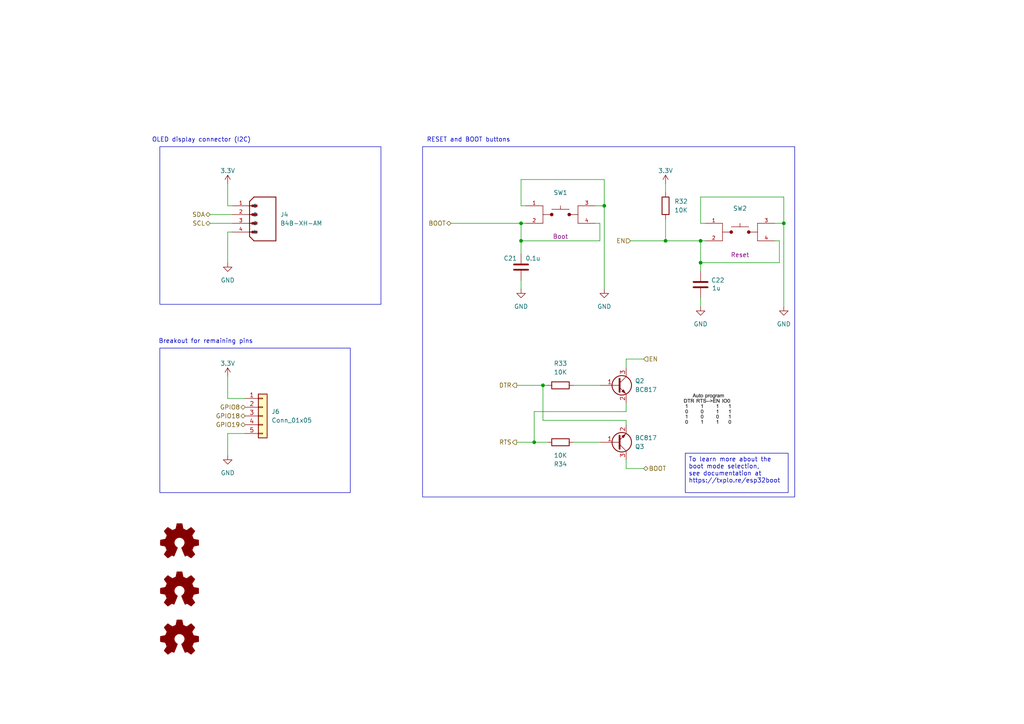
<source format=kicad_sch>
(kicad_sch (version 20250114) (generator "eeschema") (generator_version "9.0")
  (paper "A4")
  (lib_symbols
    (symbol "B4B-XH-AM__LF__SN_:B4B-XH-AM__LF__SN_" (pin_names (offset 1.016))
      (property "Reference" "J" (at 0 6.35 0))
      (property "Value" "B4B-XH-AM__LF__SN_" (at 0 -10.16 0))
      (symbol "B4B-XH-AM__LF__SN__0_0"
        (polyline (pts (xy 0 3.81) (xy 0 2.54)) (stroke (width 0.254)))
        (polyline (pts (xy 0 3.81) (xy 1.27 5.08)) (stroke (width 0.254)))
        (polyline (pts (xy 0 2.54) (xy 0 -6.35)) (stroke (width 0.254)))
        (polyline (pts (xy 0 2.54) (xy 1.905 2.54)) (stroke (width 0.254)))
        (polyline (pts (xy 0 0) (xy 1.905 0)) (stroke (width 0.254)))
        (polyline (pts (xy 0 -2.54) (xy 1.905 -2.54)) (stroke (width 0.254)))
        (polyline (pts (xy 0 -5.08) (xy 1.905 -5.08)) (stroke (width 0.254)))
        (polyline (pts (xy 0 -6.35) (xy 1.27 -7.62)) (stroke (width 0.254)))
        (rectangle (start 0.635 2.2225) (end 2.2225 2.8575) (stroke (width 0.1)) (fill (type outline)))
        (rectangle (start 0.635 -0.3175) (end 2.2225 0.3175) (stroke (width 0.1)) (fill (type outline)))
        (rectangle (start 0.635 -2.8575) (end 2.2225 -2.2225) (stroke (width 0.1)) (fill (type outline)))
        (rectangle (start 0.635 -5.3975) (end 2.2225 -4.7625) (stroke (width 0.1)) (fill (type outline)))
        (polyline (pts (xy 1.27 -7.62) (xy 7.62 -7.62)) (stroke (width 0.254)))
        (polyline (pts (xy 7.62 5.08) (xy 1.27 5.08)) (stroke (width 0.254)))
        (polyline (pts (xy 7.62 -7.62) (xy 7.62 5.08)) (stroke (width 0.254)))
        (pin passive line (at -5.08 2.54 0) (length 5.08) (name "1") (number "1"))
        (pin passive line (at -5.08 0 0) (length 5.08) (name "2") (number "2"))
        (pin passive line (at -5.08 -2.54 0) (length 5.08) (name "3") (number "3"))
        (pin passive line (at -5.08 -5.08 0) (length 5.08) (name "4") (number "4"))
      )
    )
    (symbol "Connector_Generic:Conn_01x05" (pin_names (offset 1.016) (hide yes))
      (property "Reference" "J" (at 0 7.62 0))
      (property "Value" "Conn_01x05" (at 0 -7.62 0))
      (symbol "Conn_01x05_1_1"
        (rectangle (start -1.27 6.35) (end 1.27 -6.35) (stroke (width 0.254)) (fill (type background)))
        (rectangle (start -1.27 5.207) (end 0 4.953) (stroke (width 0.1524)))
        (rectangle (start -1.27 2.667) (end 0 2.413) (stroke (width 0.1524)))
        (rectangle (start -1.27 0.127) (end 0 -0.127) (stroke (width 0.1524)))
        (rectangle (start -1.27 -2.413) (end 0 -2.667) (stroke (width 0.1524)))
        (rectangle (start -1.27 -4.953) (end 0 -5.207) (stroke (width 0.1524)))
        (pin passive line (at -5.08 5.08 0) (length 3.81) (name "Pin_1") (number "1"))
        (pin passive line (at -5.08 2.54 0) (length 3.81) (name "Pin_2") (number "2"))
        (pin passive line (at -5.08 0 0) (length 3.81) (name "Pin_3") (number "3"))
        (pin passive line (at -5.08 -2.54 0) (length 3.81) (name "Pin_4") (number "4"))
        (pin passive line (at -5.08 -5.08 0) (length 3.81) (name "Pin_5") (number "5"))
      )
    )
    (symbol "Device:R" (pin_numbers (hide yes)) (pin_names (offset 0))
      (property "Reference" "R" (at 2.032 0 90))
      (property "Value" "R" (at 0 0 90))
      (symbol "R_0_1"
        (rectangle (start -1.016 -2.54) (end 1.016 2.54) (stroke (width 0.254)))
      )
      (symbol "R_1_1"
        (pin passive line (at 0 3.81 270) (length 1.27) (name "~") (number "1"))
        (pin passive line (at 0 -3.81 90) (length 1.27) (name "~") (number "2"))
      )
    )
    (symbol "Graphic:Logo_Open_Hardware_Small" (in_bom no) (on_board no)
      (symbol "Logo_Open_Hardware_Small_0_1"
        (polyline (pts (xy 3.3528 -4.3434) (xy 3.302 -4.318) (xy 3.175 -4.2418) (xy 2.9972 -4.1148) (xy 2.7686 -3.9624) (xy 2.54 -3.81) (xy 2.3622 -3.7084) (xy 2.2352 -3.6068) (xy 2.1844 -3.5814) (xy 2.159 -3.6068) (xy 2.0574 -3.6576) (xy 1.905 -3.7338) (xy 1.8034 -3.7846) (xy 1.6764 -3.8354) (xy 1.6002 -3.8354) (xy 1.6002 -3.8354) (xy 1.5494 -3.7338) (xy 1.4732 -3.5306) (xy 1.3462 -3.302) (xy 1.2446 -3.0226) (xy 1.1176 -2.7178) (xy 0.9652 -2.413) (xy 0.8636 -2.1082) (xy 0.7366 -1.8288) (xy 0.6604 -1.6256) (xy 0.6096 -1.4732) (xy 0.5842 -1.397) (xy 0.5842 -1.397) (xy 0.6604 -1.3208) (xy 0.7874 -1.2446) (xy 1.0414 -1.016) (xy 1.2954 -0.6858) (xy 1.4478 -0.3302) (xy 1.524 0.0762) (xy 1.4732 0.4572) (xy 1.3208 0.8128) (xy 1.0668 1.143) (xy 0.762 1.3716) (xy 0.4064 1.524) (xy 0 1.5748) (xy -0.381 1.5494) (xy -0.7366 1.397) (xy -1.0668 1.143) (xy -1.2192 0.9906) (xy -1.397 0.6604) (xy -1.524 0.3048) (xy -1.524 0.2286) (xy -1.4986 -0.1778) (xy -1.397 -0.5334) (xy -1.1938 -0.8636) (xy -0.9144 -1.143) (xy -0.8636 -1.1684) (xy -0.7366 -1.27) (xy -0.635 -1.3462) (xy -0.5842 -1.397) (xy -1.0668 -2.5908) (xy -1.143 -2.794) (xy -1.2954 -3.1242) (xy -1.397 -3.4036) (xy -1.4986 -3.6322) (xy -1.5748 -3.7846) (xy -1.6002 -3.8354) (xy -1.6002 -3.8354) (xy -1.651 -3.8354) (xy -1.7272 -3.81) (xy -1.905 -3.7338) (xy -2.0066 -3.683) (xy -2.1336 -3.6068) (xy -2.2098 -3.5814) (xy -2.2606 -3.6068) (xy -2.3622 -3.683) (xy -2.54 -3.81) (xy -2.7686 -3.9624) (xy -2.9718 -4.0894) (xy -3.1496 -4.2164) (xy -3.302 -4.318) (xy -3.3528 -4.3434) (xy -3.3782 -4.3434) (xy -3.429 -4.318) (xy -3.5306 -4.2164) (xy -3.7084 -4.064) (xy -3.937 -3.8354) (xy -3.9624 -3.81) (xy -4.1656 -3.6068) (xy -4.318 -3.4544) (xy -4.4196 -3.3274) (xy -4.445 -3.2766) (xy -4.445 -3.2766) (xy -4.4196 -3.2258) (xy -4.318 -3.0734) (xy -4.2164 -2.8956) (xy -4.064 -2.667) (xy -3.6576 -2.0828) (xy -3.8862 -1.5494) (xy -3.937 -1.3716) (xy -4.0386 -1.1684) (xy -4.0894 -1.0414) (xy -4.1148 -0.9652) (xy -4.191 -0.9398) (xy -4.318 -0.9144) (xy -4.5466 -0.8636) (xy -4.8006 -0.8128) (xy -5.0546 -0.7874) (xy -5.2578 -0.7366) (xy -5.4356 -0.7112) (xy -5.5118 -0.6858) (xy -5.5118 -0.6858) (xy -5.5372 -0.635) (xy -5.5372 -0.5588) (xy -5.5372 -0.4318) (xy -5.5626 -0.2286) (xy -5.5626 0.0762) (xy -5.5626 0.127) (xy -5.5372 0.4064) (xy -5.5372 0.635) (xy -5.5372 0.762) (xy -5.5372 0.8382) (xy -5.5372 0.8382) (xy -5.461 0.8382) (xy -5.3086 0.889) (xy -5.08 0.9144) (xy -4.826 0.9652) (xy -4.8006 0.9906) (xy -4.5466 1.0414) (xy -4.318 1.0668) (xy -4.1656 1.1176) (xy -4.0894 1.143) (xy -4.0894 1.143) (xy -4.0386 1.2446) (xy -3.9624 1.4224) (xy -3.8608 1.6256) (xy -3.7846 1.8288) (xy -3.7084 2.0066) (xy -3.6576 2.159) (xy -3.6322 2.2098) (xy -3.6322 2.2098) (xy -3.683 2.286) (xy -3.7592 2.413) (xy -3.8862 2.5908) (xy -4.064 2.8194) (xy -4.064 2.8448) (xy -4.2164 3.0734) (xy -4.3434 3.2512) (xy -4.4196 3.3782) (xy -4.445 3.4544) (xy -4.445 3.4544) (xy -4.3942 3.5052) (xy -4.2926 3.6322) (xy -4.1148 3.81) (xy -3.937 4.0132) (xy -3.8608 4.064) (xy -3.6576 4.2926) (xy -3.5052 4.4196) (xy -3.4036 4.4958) (xy -3.3528 4.5212) (xy -3.3528 4.5212) (xy -3.302 4.4704) (xy -3.1496 4.3688) (xy -2.9718 4.2418) (xy -2.7432 4.0894) (xy -2.7178 4.0894) (xy -2.4892 3.937) (xy -2.3114 3.81) (xy -2.1844 3.7084) (xy -2.1336 3.683) (xy -2.1082 3.683) (xy -2.032 3.7084) (xy -1.8542 3.7592) (xy -1.6764 3.8354) (xy -1.4732 3.937) (xy -1.27 4.0132) (xy -1.143 4.064) (xy -1.0668 4.1148) (xy -1.0668 4.1148) (xy -1.0414 4.191) (xy -1.016 4.3434) (xy -0.9652 4.572) (xy -0.9144 4.8514) (xy -0.889 4.9022) (xy -0.8382 5.1562) (xy -0.8128 5.3848) (xy -0.7874 5.5372) (xy -0.762 5.588) (xy -0.7112 5.6134) (xy -0.5842 5.6134) (xy -0.4064 5.6134) (xy -0.1524 5.6134) (xy 0.0762 5.6134) (xy 0.3302 5.6134) (xy 0.5334 5.6134) (xy 0.6858 5.588) (xy 0.7366 5.588) (xy 0.7366 5.588) (xy 0.762 5.5118) (xy 0.8128 5.334) (xy 0.8382 5.1054) (xy 0.9144 4.826) (xy 0.9144 4.7752) (xy 0.9652 4.5212) (xy 1.016 4.2926) (xy 1.0414 4.1402) (xy 1.0668 4.0894) (xy 1.0668 4.0894) (xy 1.1938 4.0386) (xy 1.3716 3.9624) (xy 1.5748 3.8608) (xy 2.0828 3.6576) (xy 2.7178 4.0894) (xy 2.7686 4.1402) (xy 2.9972 4.2926) (xy 3.175 4.4196) (xy 3.302 4.4958) (xy 3.3782 4.5212) (xy 3.3782 4.5212) (xy 3.429 4.4704) (xy 3.556 4.3434) (xy 3.7338 4.191) (xy 3.9116 3.9878) (xy 4.064 3.8354) (xy 4.2418 3.6576) (xy 4.3434 3.556) (xy 4.4196 3.4798) (xy 4.4196 3.429) (xy 4.4196 3.4036) (xy 4.3942 3.3274) (xy 4.2926 3.2004) (xy 4.1656 2.9972) (xy 4.0132 2.794) (xy 3.8862 2.5908) (xy 3.7592 2.3876) (xy 3.6576 2.2352) (xy 3.6322 2.159) (xy 3.6322 2.1336) (xy 3.683 2.0066) (xy 3.7592 1.8288) (xy 3.8608 1.6002) (xy 4.064 1.1176) (xy 4.3942 1.0414) (xy 4.5974 1.016) (xy 4.8768 0.9652) (xy 5.1308 0.9144) (xy 5.5372 0.8382) (xy 5.5626 -0.6604) (xy 5.4864 -0.6858) (xy 5.4356 -0.6858) (xy 5.2832 -0.7366) (xy 5.0546 -0.762) (xy 4.8006 -0.8128) (xy 4.5974 -0.8636) (xy 4.3688 -0.9144) (xy 4.2164 -0.9398) (xy 4.1402 -0.9398) (xy 4.1148 -0.9652) (xy 4.064 -1.0668) (xy 3.9878 -1.2446) (xy 3.9116 -1.4478) (xy 3.81 -1.651) (xy 3.7338 -1.8542) (xy 3.683 -2.0066) (xy 3.6576 -2.0828) (xy 3.683 -2.1336) (xy 3.7846 -2.2606) (xy 3.8862 -2.4638) (xy 4.0386 -2.667) (xy 4.191 -2.8956) (xy 4.318 -3.0734) (xy 4.3942 -3.2004) (xy 4.445 -3.2766) (xy 4.4196 -3.3274) (xy 4.3434 -3.429) (xy 4.1656 -3.5814) (xy 3.937 -3.8354) (xy 3.8862 -3.8608) (xy 3.683 -4.064) (xy 3.5306 -4.2164) (xy 3.4036 -4.318) (xy 3.3528 -4.3434)) (fill (type outline)))
      )
    )
    (symbol "SparkFun-Capacitor:C" (pin_numbers (hide yes)) (pin_names (offset 0.254))
      (property "Reference" "C" (at 0.635 2.54 0))
      (property "Value" "C" (at 0.635 -2.54 0))
      (property "Voltage" "1kV" (at 0 -6.35 0))
      (property "Tolerance" "100%" (at 0 -8.89 0))
      (symbol "C_0_1"
        (polyline (pts (xy -2.032 0.762) (xy 2.032 0.762)) (stroke (width 0.508)))
        (polyline (pts (xy -2.032 -0.762) (xy 2.032 -0.762)) (stroke (width 0.508)))
      )
      (symbol "C_1_1"
        (pin passive line (at 0 3.81 270) (length 2.794) (name "~") (number "1"))
        (pin passive line (at 0 -3.81 90) (length 2.794) (name "~") (number "2"))
      )
    )
    (symbol "SparkFun-PowerSymbol:3.3V" (power) (pin_names (offset 0))
      (property "Value" "3.3V" (at 0 3.81 0))
      (symbol "3.3V_0_1"
        (polyline (pts (xy -0.762 1.27) (xy 0 2.54)))
        (polyline (pts (xy 0 2.54) (xy 0.762 1.27)))
        (polyline (pts (xy 0 0) (xy 0 2.54)))
      )
      (symbol "3.3V_1_1"
        (pin power_in line (at 0 0 90) (length 0) (hide yes) (name "3.3V") (number "1"))
      )
    )
    (symbol "TL3305AF260QG:TL3305AF260QG" (pin_names (offset 1.016))
      (property "Reference" "U" (at -5.08 5.08 0))
      (property "Value" "TL3305AF260QG" (at -5.08 -5.08 0))
      (symbol "TL3305AF260QG_0_0"
        (polyline (pts (xy -5.08 2.54) (xy -5.08 -2.54)) (stroke (width 0.1524)))
        (polyline (pts (xy -5.08 0) (xy -2.54 0)) (stroke (width 0.1524)))
        (polyline (pts (xy -2.54 1.524) (xy 0 1.524)) (stroke (width 0.1524)))
        (circle (center -2.54 0) (radius 0.254) (stroke (width 0.508)))
        (polyline (pts (xy 0 2.54) (xy 0 1.524)) (stroke (width 0.1524)))
        (polyline (pts (xy 0 1.524) (xy 2.54 1.524)) (stroke (width 0.1524)))
        (circle (center 2.54 0) (radius 0.254) (stroke (width 0.508)))
        (polyline (pts (xy 5.08 2.54) (xy 5.08 -2.54)) (stroke (width 0.1524)))
        (polyline (pts (xy 5.08 0) (xy 2.54 0)) (stroke (width 0.1524)))
        (pin passive line (at -10.16 2.54 0) (length 5.08) (name "~") (number "1"))
        (pin passive line (at -10.16 -2.54 0) (length 5.08) (name "~") (number "2"))
        (pin passive line (at 10.16 2.54 180) (length 5.08) (name "~") (number "3"))
        (pin passive line (at 10.16 -2.54 180) (length 5.08) (name "~") (number "4"))
      )
    )
    (symbol "Transistor_BJT:BC817" (pin_names (offset 0) (hide yes))
      (property "Reference" "Q" (at 5.08 1.905 0))
      (property "Value" "BC817" (at 5.08 0 0))
      (symbol "BC817_0_1"
        (polyline (pts (xy 0.635 1.905) (xy 0.635 -1.905) (xy 0.635 -1.905)) (stroke (width 0.508)))
        (polyline (pts (xy 0.635 0.635) (xy 2.54 2.54)))
        (polyline (pts (xy 0.635 -0.635) (xy 2.54 -2.54) (xy 2.54 -2.54)))
        (circle (center 1.27 0) (radius 2.8194) (stroke (width 0.254)))
        (polyline (pts (xy 1.27 -1.778) (xy 1.778 -1.27) (xy 2.286 -2.286) (xy 1.27 -1.778) (xy 1.27 -1.778)) (fill (type outline)))
      )
      (symbol "BC817_1_1"
        (pin input line (at -5.08 0 0) (length 5.715) (name "B") (number "1"))
        (pin passive line (at 2.54 5.08 270) (length 2.54) (name "C") (number "3"))
        (pin passive line (at 2.54 -5.08 90) (length 2.54) (name "E") (number "2"))
      )
    )
    (symbol "power:GND" (power) (pin_names (offset 0))
      (property "Value" "GND" (at 0 -3.81 0))
      (symbol "GND_0_1"
        (polyline (pts (xy 0 0) (xy 0 -1.27) (xy 1.27 -1.27) (xy 0 -2.54) (xy -1.27 -1.27) (xy 0 -1.27)))
      )
      (symbol "GND_1_1"
        (pin power_in line (at 0 0 270) (length 0) (hide yes) (name "GND") (number "1"))
      )
    )
  )
  (rectangle (start 46.355 100.965) (end 101.6 142.875))
  (rectangle (start 46.355 42.545) (end 110.49 88.265))
  (rectangle (start 122.555 42.545) (end 230.505 144.145))
  (text "OLED display connector (I2C)" (at 58.42 40.64 0) (effects (font (size 1.27 1.27))))
  (text "RESET and BOOT buttons" (at 135.89 40.64 0) (effects (font (size 1.27 1.27))))
  (text "Breakout for remaining pins" (at 59.69 99.06 0) (effects (font (size 1.27 1.27))))
  (text_box "To learn more about the boot mode selection,\nsee documentation at https://txplo.re/esp32boot" (at 198.755 131.445 0) (size 29.845 11.43) (margins 0.9525 0.9525 0.9525 0.9525) (effects (font (size 1.27 1.27)) (justify left top)))
  (junction (at 151.13 64.77))
  (junction (at 175.26 59.69))
  (junction (at 154.94 128.27))
  (junction (at 193.04 69.85))
  (junction (at 151.13 69.85))
  (junction (at 203.2 76.2))
  (junction (at 227.33 64.77))
  (junction (at 157.48 111.76))
  (junction (at 203.2 69.85))
  (wire (pts (xy 203.2 86.36) (xy 203.2 88.9)))
  (wire (pts (xy 166.37 128.27) (xy 173.99 128.27)))
  (wire (pts (xy 203.2 76.2) (xy 226.06 76.2)))
  (wire (pts (xy 151.13 69.85) (xy 173.99 69.85)))
  (wire (pts (xy 203.2 69.85) (xy 203.2 76.2)))
  (wire (pts (xy 151.13 52.07) (xy 175.26 52.07)))
  (wire (pts (xy 151.13 59.69) (xy 151.13 52.07)))
  (wire (pts (xy 181.61 135.89) (xy 186.69 135.89)))
  (wire (pts (xy 157.48 111.76) (xy 158.75 111.76)))
  (wire (pts (xy 151.13 81.28) (xy 151.13 83.82)))
  (wire (pts (xy 226.06 76.2) (xy 226.06 69.85)))
  (wire (pts (xy 175.26 59.69) (xy 175.26 83.82)))
  (wire (pts (xy 71.12 115.57) (xy 66.04 115.57)))
  (wire (pts (xy 66.04 59.69) (xy 66.04 53.34)))
  (wire (pts (xy 60.96 64.77) (xy 67.31 64.77)))
  (wire (pts (xy 203.2 76.2) (xy 203.2 78.74)))
  (wire (pts (xy 175.26 52.07) (xy 175.26 59.69)))
  (wire (pts (xy 203.2 69.85) (xy 204.47 69.85)))
  (wire (pts (xy 182.88 69.85) (xy 193.04 69.85)))
  (wire (pts (xy 181.61 106.68) (xy 181.61 104.14)))
  (wire (pts (xy 166.37 111.76) (xy 173.99 111.76)))
  (wire (pts (xy 67.31 59.69) (xy 66.04 59.69)))
  (wire (pts (xy 151.13 69.85) (xy 151.13 73.66)))
  (wire (pts (xy 227.33 64.77) (xy 227.33 88.9)))
  (wire (pts (xy 66.04 115.57) (xy 66.04 109.22)))
  (wire (pts (xy 151.13 64.77) (xy 152.4 64.77)))
  (wire (pts (xy 130.81 64.77) (xy 151.13 64.77)))
  (wire (pts (xy 157.48 111.76) (xy 157.48 121.92)))
  (wire (pts (xy 154.94 128.27) (xy 158.75 128.27)))
  (wire (pts (xy 181.61 123.19) (xy 181.61 121.92)))
  (wire (pts (xy 181.61 104.14) (xy 186.69 104.14)))
  (wire (pts (xy 203.2 64.77) (xy 203.2 57.15)))
  (wire (pts (xy 154.94 119.38) (xy 154.94 128.27)))
  (wire (pts (xy 181.61 119.38) (xy 154.94 119.38)))
  (wire (pts (xy 181.61 121.92) (xy 157.48 121.92)))
  (wire (pts (xy 149.86 128.27) (xy 154.94 128.27)))
  (wire (pts (xy 66.04 67.31) (xy 66.04 76.2)))
  (wire (pts (xy 151.13 59.69) (xy 152.4 59.69)))
  (wire (pts (xy 193.04 63.5) (xy 193.04 69.85)))
  (wire (pts (xy 149.86 111.76) (xy 157.48 111.76)))
  (wire (pts (xy 203.2 64.77) (xy 204.47 64.77)))
  (wire (pts (xy 66.04 125.73) (xy 66.04 132.08)))
  (wire (pts (xy 224.79 64.77) (xy 227.33 64.77)))
  (wire (pts (xy 181.61 133.35) (xy 181.61 135.89)))
  (wire (pts (xy 67.31 67.31) (xy 66.04 67.31)))
  (wire (pts (xy 193.04 69.85) (xy 203.2 69.85)))
  (wire (pts (xy 173.99 64.77) (xy 173.99 69.85)))
  (wire (pts (xy 227.33 57.15) (xy 227.33 64.77)))
  (wire (pts (xy 172.72 59.69) (xy 175.26 59.69)))
  (wire (pts (xy 226.06 69.85) (xy 224.79 69.85)))
  (wire (pts (xy 151.13 64.77) (xy 151.13 69.85)))
  (wire (pts (xy 71.12 125.73) (xy 66.04 125.73)))
  (wire (pts (xy 60.96 62.23) (xy 67.31 62.23)))
  (wire (pts (xy 181.61 116.84) (xy 181.61 119.38)))
  (wire (pts (xy 172.72 64.77) (xy 173.99 64.77)))
  (wire (pts (xy 193.04 53.34) (xy 193.04 55.88)))
  (wire (pts (xy 203.2 57.15) (xy 227.33 57.15)))
  (image (at 205.105 118.745) (scale 0.332233))
  (hierarchical_label "BOOT" (shape bidirectional) (at 130.81 64.77 180))
  (hierarchical_label "GPIO19" (shape bidirectional) (at 71.12 123.19 180))
  (hierarchical_label "GPIO8" (shape bidirectional) (at 71.12 118.11 180))
  (hierarchical_label "RTS" (shape output) (at 149.86 128.27 180))
  (hierarchical_label "BOOT" (shape bidirectional) (at 186.69 135.89 0))
  (hierarchical_label "GPIO18" (shape bidirectional) (at 71.12 120.65 180))
  (hierarchical_label "EN" (shape input) (at 182.88 69.85 180))
  (hierarchical_label "DTR" (shape output) (at 149.86 111.76 180))
  (hierarchical_label "SDA" (shape bidirectional) (at 60.96 62.23 180))
  (hierarchical_label "EN" (shape input) (at 186.69 104.14 0))
  (hierarchical_label "SCL" (shape bidirectional) (at 60.96 64.77 180))
  (symbol (lib_id "SparkFun-PowerSymbol:3.3V") (at 193.04 53.34 0) (unit 1)
    (property "Reference" "#PWR051" (effects (hide yes)))
    (property "Value" "3.3V" (at 193.04 49.53 0))
    (property "Description" "Power symbol creates a global label with name \"3.3V\"" (effects (hide yes)))
  )
  (symbol (lib_id "TL3305AF260QG:TL3305AF260QG") (at 214.63 67.31 0) (unit 1)
    (property "Reference" "SW2" (at 214.63 60.452 0))
    (property "Value" "1101NE" (effects (hide yes)))
    (property "Footprint" "TL3305AF260QG:SW_TL3305AF260QG" (effects (hide yes)))
    (property "Datasheet" "https://www.sparkfun.com/datasheets/Components/1101.pdf" (effects (hide yes)))
    (property "Description" "SMD_6x3.5mm_h2.5mm" (effects (hide yes)))
    (property "PROD_ID" "SWCH-14278" (effects (hide yes)))
    (property "Mfg Part#" "8-004 SMD Button 8x3.6mm Height=2.5mm" (effects (hide yes)))
    (property "Purpose" "Reset" (at 214.63 73.914 0))
    (property "Manufacturer_Part_Number" "1101NE" (effects (hide yes)))
    (property "MF" "E-Switch" (effects (hide yes)))
    (property "Description_1" "Tactile Switch SPST-NO Top Actuated Surface Mount" (effects (hide yes)))
    (property "Package" "SMD-4 E-Switch" (effects (hide yes)))
    (property "Price" "None" (effects (hide yes)))
    (property "SnapEDA_Link" "https://www.snapeda.com/parts/TL3305AF260QG/E-Switch/view-part/?ref=snap" (effects (hide yes)))
    (property "MP" "TL3305AF260QG" (effects (hide yes)))
    (property "Availability" "In Stock" (effects (hide yes)))
    (property "Check_prices" "https://www.snapeda.com/parts/TL3305AF260QG/E-Switch/view-part/?ref=eda" (effects (hide yes)))
    (property "STANDARD" "Manufacturer recommendations" (effects (hide yes)))
    (property "PARTREV" "C" (effects (hide yes)))
    (property "MANUFACTURER" "E-Switch" (effects (hide yes)))
    (property "MAXIMUM_PACKAGE_HEIGHT" "3.8mm" (effects (hide yes)))
  )
  (symbol (lib_id "SparkFun-Capacitor:C") (at 203.2 82.55 0) (unit 1)
    (property "Reference" "C22" (at 206.248 81.28 0) (effects (justify left)))
    (property "Value" "1u" (at 206.502 83.566 0) (effects (justify left)))
    (property "Footprint" "Capacitor_SMD:C_0805_2012Metric" (effects (hide yes)))
    (property "Datasheet" "https://cdn.sparkfun.com/assets/8/a/4/a/5/Kemet_Capacitor_Datasheet.pdf" (effects (hide yes)))
    (property "PROD_ID" "CAP-00000" (effects (hide yes)))
    (property "Voltage" "1kV" (effects (hide yes)))
    (property "Tolerance" "100%" (effects (hide yes)))
  )
  (symbol (lib_id "Graphic:Logo_Open_Hardware_Small") (at 52.07 185.42 0) (unit 1) (exclude_from_sim yes) (in_bom no)
    (property "Reference" "#SYM3" (effects (hide yes)))
    (property "Value" "Logo_Open_Hardware_Small" (effects (hide yes)))
    (property "Footprint" "Footprints:TE_Logo_11.6x4" (effects (hide yes)))
    (property "Description" "Open Hardware logo, small" (effects (hide yes)))
  )
  (symbol (lib_id "SparkFun-Capacitor:C") (at 151.13 77.47 0) (unit 1)
    (property "Reference" "C21" (at 146.05 74.93 0) (effects (justify left)))
    (property "Value" "0.1u" (at 152.4 74.93 0) (effects (justify left)))
    (property "Footprint" "Capacitor_SMD:C_0805_2012Metric" (effects (hide yes)))
    (property "Datasheet" "https://cdn.sparkfun.com/assets/8/a/4/a/5/Kemet_Capacitor_Datasheet.pdf" (effects (hide yes)))
    (property "PROD_ID" "CAP-00000" (effects (hide yes)))
    (property "Voltage" "1kV" (effects (hide yes)))
    (property "Tolerance" "100%" (effects (hide yes)))
    (property "Purpose" "Debounce capacitor" (effects (hide yes)))
  )
  (symbol (lib_id "power:GND") (at 175.26 83.82 0) (unit 1)
    (property "Reference" "#PWR054" (effects (hide yes)))
    (property "Value" "GND" (at 175.26 88.9 0))
    (property "Description" "Power symbol creates a global label with name \"GND\" , ground" (effects (hide yes)))
  )
  (symbol (lib_id "power:GND") (at 151.13 83.82 0) (unit 1)
    (property "Reference" "#PWR053" (effects (hide yes)))
    (property "Value" "GND" (at 151.13 88.9 0))
    (property "Description" "Power symbol creates a global label with name \"GND\" , ground" (effects (hide yes)))
  )
  (symbol (lib_id "Device:R") (at 193.04 59.69 180) (unit 1)
    (property "Reference" "R32" (at 195.58 58.4199 0) (effects (justify right)))
    (property "Value" "10K" (at 195.58 60.9599 0) (effects (justify right)))
    (property "Footprint" "Resistor_SMD:R_0805_2012Metric" (effects (hide yes)))
    (property "Description" "Resistor" (effects (hide yes)))
    (property "Purpose" "Pull-up" (effects (hide yes)))
    (property "PACKAGE" "0805" (effects (hide yes)))
  )
  (symbol (lib_id "SparkFun-PowerSymbol:3.3V") (at 66.04 53.34 0) (unit 1)
    (property "Reference" "#PWR050" (effects (hide yes)))
    (property "Value" "3.3V" (at 66.04 49.53 0))
    (property "Description" "Power symbol creates a global label with name \"3.3V\"" (effects (hide yes)))
  )
  (symbol (lib_id "power:GND") (at 227.33 88.9 0) (unit 1)
    (property "Reference" "#PWR056" (effects (hide yes)))
    (property "Value" "GND" (at 227.33 93.98 0))
    (property "Description" "Power symbol creates a global label with name \"GND\" , ground" (effects (hide yes)))
  )
  (symbol (lib_id "Device:R") (at 162.56 128.27 90) (mirror x) (unit 1)
    (property "Reference" "R34" (at 162.56 134.62 90))
    (property "Value" "10K" (at 162.56 132.08 90))
    (property "Footprint" "Resistor_SMD:R_0805_2012Metric" (effects (hide yes)))
    (property "Description" "Resistor" (effects (hide yes)))
    (property "PACKAGE" "0805" (effects (hide yes)))
  )
  (symbol (lib_id "Transistor_BJT:BC817") (at 179.07 111.76 0) (unit 1)
    (property "Reference" "Q2" (at 184.15 110.4899 0) (effects (justify left)))
    (property "Value" "BC817" (at 184.15 113.0299 0) (effects (justify left)))
    (property "Footprint" "Package_TO_SOT_SMD:SOT-23" (effects (hide yes)))
    (property "Datasheet" "https://www.onsemi.com/pub/Collateral/BC818-D.pdf" (effects (hide yes)))
    (property "Description" "0.8A Ic, 45V Vce, NPN Transistor, SOT-23" (effects (hide yes)))
    (property "Manufacturer_Part_Number" "BC817" (effects (hide yes)))
    (property "PACKAGE" "SOT-23" (effects (hide yes)))
  )
  (symbol (lib_id "Graphic:Logo_Open_Hardware_Small") (at 52.07 171.45 0) (unit 1) (exclude_from_sim yes) (in_bom no)
    (property "Reference" "#SYM2" (effects (hide yes)))
    (property "Value" "Logo_Open_Hardware_Small" (effects (hide yes)))
    (property "Footprint" "Symbol:KiCad-Logo_5mm_SilkScreen" (effects (hide yes)))
    (property "Description" "Open Hardware logo, small" (effects (hide yes)))
  )
  (symbol (lib_id "Transistor_BJT:BC817") (at 179.07 128.27 0) (mirror x) (unit 1)
    (property "Reference" "Q3" (at 184.15 129.5401 0) (effects (justify left)))
    (property "Value" "BC817" (at 184.15 127.0001 0) (effects (justify left)))
    (property "Footprint" "Package_TO_SOT_SMD:SOT-23" (effects (hide yes)))
    (property "Datasheet" "https://www.onsemi.com/pub/Collateral/BC818-D.pdf" (effects (hide yes)))
    (property "Description" "0.8A Ic, 45V Vce, NPN Transistor, SOT-23" (effects (hide yes)))
    (property "Manufacturer_Part_Number" "BC817" (effects (hide yes)))
    (property "PACKAGE" "SOT-23" (effects (hide yes)))
  )
  (symbol (lib_id "Device:R") (at 162.56 111.76 90) (unit 1)
    (property "Reference" "R33" (at 162.56 105.41 90))
    (property "Value" "10K" (at 162.56 107.95 90))
    (property "Footprint" "Resistor_SMD:R_0805_2012Metric" (effects (hide yes)))
    (property "Description" "Resistor" (effects (hide yes)))
    (property "PACKAGE" "0805" (effects (hide yes)))
  )
  (symbol (lib_id "Graphic:Logo_Open_Hardware_Small") (at 52.07 157.48 0) (unit 1) (exclude_from_sim yes) (in_bom no)
    (property "Reference" "#SYM1" (effects (hide yes)))
    (property "Value" "Logo_Open_Hardware_Small" (effects (hide yes)))
    (property "Footprint" "Symbol:OSHW-Logo_5.7x6mm_SilkScreen" (effects (hide yes)))
    (property "Description" "Open Hardware logo, small" (effects (hide yes)))
  )
  (symbol (lib_id "power:GND") (at 203.2 88.9 0) (unit 1)
    (property "Reference" "#PWR055" (effects (hide yes)))
    (property "Value" "GND" (at 203.2 93.98 0))
    (property "Description" "Power symbol creates a global label with name \"GND\" , ground" (effects (hide yes)))
  )
  (symbol (lib_id "B4B-XH-AM__LF__SN_:B4B-XH-AM__LF__SN_") (at 72.39 62.23 0) (unit 1)
    (property "Reference" "J4" (at 81.28 62.2299 0) (effects (justify left)))
    (property "Value" "B4B-XH-AM" (at 81.28 64.7699 0) (effects (justify left)))
    (property "Footprint" "Project_Library:JST_B4B-XH-AM__LF__SN_" (effects (hide yes)))
    (property "Description" "Connector header vertical 4pos 2.5mm" (effects (hide yes)))
    (property "SnapEDA_Link" "https://www.snapeda.com/parts/B4B-XH-AM%20(LF)(SN)/JST/view-part/?ref=snap" (effects (hide yes)))
    (property "MAXIMUM_PACKAGE_HEIGHT" "7mm" (effects (hide yes)))
    (property "Package" "None" (effects (hide yes)))
    (property "Check_prices" "https://www.snapeda.com/parts/B4B-XH-AM%20(LF)(SN)/JST/view-part/?ref=eda" (effects (hide yes)))
    (property "STANDARD" "Manufacturer Recommendations" (effects (hide yes)))
    (property "PARTREV" "N/A" (effects (hide yes)))
    (property "MF" "JST Corporation" (effects (hide yes)))
    (property "MP" "B4B-XH-AM (LF)(SN)" (effects (hide yes)))
    (property "Description_1" "\n                        \n                            Conn Shrouded Header HDR 4 POS 2.5mm Solder ST Top Entry Thru-Hole Box\n                        \n" (effects (hide yes)))
    (property "MANUFACTURER" "JST" (effects (hide yes)))
    (property "SNAPEDA_PN" "B4B-XH-AM (LF)(SN)" (effects (hide yes)))
    (property "Manufacturer_Part_Number" "  B4B-XH-AM" (effects (hide yes)))
  )
  (symbol (lib_id "Connector_Generic:Conn_01x05") (at 76.2 120.65 0) (unit 1)
    (property "Reference" "J6" (at 78.74 119.3799 0) (effects (justify left)))
    (property "Value" "Conn_01x05" (at 78.74 121.9199 0) (effects (justify left)))
    (property "Footprint" "Connector_PinHeader_2.54mm:PinHeader_1x05_P2.54mm_Vertical" (effects (hide yes)))
    (property "Description" "Generic connector, single row, 01x05, script generated (kicad-library-utils/schlib/autogen/connector/)" (effects (hide yes)))
  )
  (symbol (lib_id "SparkFun-PowerSymbol:3.3V") (at 66.04 109.22 0) (unit 1)
    (property "Reference" "#PWR057" (effects (hide yes)))
    (property "Value" "3.3V" (at 66.04 105.41 0))
    (property "Description" "Power symbol creates a global label with name \"3.3V\"" (effects (hide yes)))
  )
  (symbol (lib_id "TL3305AF260QG:TL3305AF260QG") (at 162.56 62.23 0) (unit 1)
    (property "Reference" "SW1" (at 162.56 55.88 0))
    (property "Value" "1101NE" (effects (hide yes)))
    (property "Footprint" "TL3305AF260QG:SW_TL3305AF260QG" (effects (hide yes)))
    (property "Datasheet" "https://www.sparkfun.com/datasheets/Components/1101.pdf" (effects (hide yes)))
    (property "Description" "SMD_6x3.5mm_h2.5mm" (effects (hide yes)))
    (property "PROD_ID" "SWCH-14278" (effects (hide yes)))
    (property "Mfg Part#" "8-004 SMD Button 8x3.6mm Height=2.5mm" (effects (hide yes)))
    (property "Purpose" "Boot" (at 162.56 68.58 0))
    (property "Manufacturer_Part_Number" "1101NE" (effects (hide yes)))
    (property "MF" "E-Switch" (effects (hide yes)))
    (property "Description_1" "Tactile Switch SPST-NO Top Actuated Surface Mount" (effects (hide yes)))
    (property "Package" "SMD-4 E-Switch" (effects (hide yes)))
    (property "Price" "None" (effects (hide yes)))
    (property "SnapEDA_Link" "https://www.snapeda.com/parts/TL3305AF260QG/E-Switch/view-part/?ref=snap" (effects (hide yes)))
    (property "MP" "TL3305AF260QG" (effects (hide yes)))
    (property "Availability" "In Stock" (effects (hide yes)))
    (property "Check_prices" "https://www.snapeda.com/parts/TL3305AF260QG/E-Switch/view-part/?ref=eda" (effects (hide yes)))
    (property "STANDARD" "Manufacturer recommendations" (effects (hide yes)))
    (property "PARTREV" "C" (effects (hide yes)))
    (property "MANUFACTURER" "E-Switch" (effects (hide yes)))
    (property "MAXIMUM_PACKAGE_HEIGHT" "3.8mm" (effects (hide yes)))
  )
  (symbol (lib_id "power:GND") (at 66.04 132.08 0) (unit 1)
    (property "Reference" "#PWR058" (effects (hide yes)))
    (property "Value" "GND" (at 66.04 137.16 0))
    (property "Description" "Power symbol creates a global label with name \"GND\" , ground" (effects (hide yes)))
  )
  (symbol (lib_id "power:GND") (at 66.04 76.2 0) (unit 1)
    (property "Reference" "#PWR052" (effects (hide yes)))
    (property "Value" "GND" (at 66.04 81.28 0))
    (property "Description" "Power symbol creates a global label with name \"GND\" , ground" (effects (hide yes)))
  )
)
</source>
